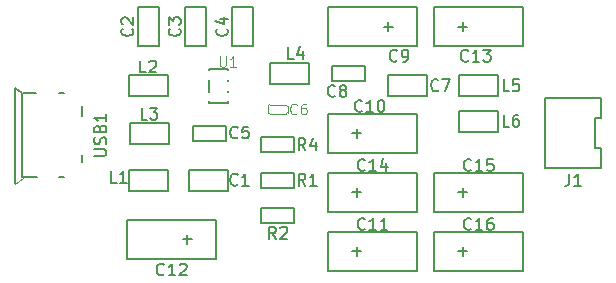
<source format=gbr>
G04 #@! TF.GenerationSoftware,KiCad,Pcbnew,5.1.4+dfsg1-1*
G04 #@! TF.CreationDate,2020-01-04T00:08:43+00:00*
G04 #@! TF.ProjectId,LithiumBatteryEmulator,4c697468-6975-46d4-9261-747465727945,rev?*
G04 #@! TF.SameCoordinates,Original*
G04 #@! TF.FileFunction,Legend,Top*
G04 #@! TF.FilePolarity,Positive*
%FSLAX46Y46*%
G04 Gerber Fmt 4.6, Leading zero omitted, Abs format (unit mm)*
G04 Created by KiCad (PCBNEW 5.1.4+dfsg1-1) date 2020-01-04 00:08:43*
%MOMM*%
%LPD*%
G04 APERTURE LIST*
%ADD10C,0.066040*%
%ADD11C,0.127000*%
%ADD12C,0.076200*%
%ADD13C,0.152400*%
%ADD14C,0.100000*%
%ADD15C,0.150000*%
%ADD16C,0.101600*%
G04 APERTURE END LIST*
D10*
X114253500Y-93651000D02*
X121746500Y-93651000D01*
X121746500Y-93651000D02*
X121746500Y-90349000D01*
X114253500Y-90349000D02*
X121746500Y-90349000D01*
X114253500Y-93651000D02*
X114253500Y-90349000D01*
D11*
X114253500Y-90349000D02*
X121746500Y-90349000D01*
X121746500Y-90349000D02*
X121746500Y-93651000D01*
X121746500Y-93651000D02*
X114253500Y-93651000D01*
X114253500Y-93651000D02*
X114253500Y-90349000D01*
X116285500Y-92000000D02*
X117047500Y-92000000D01*
X116666500Y-92381000D02*
X116666500Y-91619000D01*
X93460000Y-85111000D02*
X96762000Y-85111000D01*
X93460000Y-86889000D02*
X93460000Y-85111000D01*
X96762000Y-86889000D02*
X93460000Y-86889000D01*
X96762000Y-85111000D02*
X96762000Y-86889000D01*
X89111000Y-71349000D02*
X90889000Y-71349000D01*
X90889000Y-71349000D02*
X90889000Y-74651000D01*
X90889000Y-74651000D02*
X89111000Y-74651000D01*
X89111000Y-74651000D02*
X89111000Y-71349000D01*
X93111000Y-71349000D02*
X94889000Y-71349000D01*
X94889000Y-71349000D02*
X94889000Y-74651000D01*
X94889000Y-74651000D02*
X93111000Y-74651000D01*
X93111000Y-74651000D02*
X93111000Y-71349000D01*
X97111000Y-74651000D02*
X97111000Y-71349000D01*
X98889000Y-74651000D02*
X97111000Y-74651000D01*
X98889000Y-71349000D02*
X98889000Y-74651000D01*
X97111000Y-71349000D02*
X98889000Y-71349000D01*
X93841000Y-81365000D02*
X96635000Y-81365000D01*
X96635000Y-81365000D02*
X96635000Y-82635000D01*
X96635000Y-82635000D02*
X93841000Y-82635000D01*
X93841000Y-82635000D02*
X93841000Y-81365000D01*
D12*
X101835176Y-79733300D02*
X101835176Y-80266700D01*
X101711200Y-80378439D02*
X100288800Y-80378439D01*
X100164824Y-80266700D02*
X100164824Y-79733300D01*
X100288800Y-79621561D02*
X101711200Y-79621561D01*
X101838200Y-79748561D02*
G75*
G03X101711200Y-79621561I-127000J0D01*
G01*
X101713000Y-80377000D02*
G75*
G03X101840000Y-80250000I0J127000D01*
G01*
X100164824Y-80250000D02*
G75*
G03X100291824Y-80377000I127000J0D01*
G01*
X100291824Y-79621561D02*
G75*
G03X100164824Y-79748561I0J-127000D01*
G01*
D11*
X113651000Y-77111000D02*
X113651000Y-78889000D01*
X113651000Y-78889000D02*
X110349000Y-78889000D01*
X110349000Y-78889000D02*
X110349000Y-77111000D01*
X110349000Y-77111000D02*
X113651000Y-77111000D01*
X105603000Y-77635000D02*
X105603000Y-76365000D01*
X108397000Y-77635000D02*
X105603000Y-77635000D01*
X108397000Y-76365000D02*
X108397000Y-77635000D01*
X105603000Y-76365000D02*
X108397000Y-76365000D01*
D10*
X112746500Y-71349000D02*
X105253500Y-71349000D01*
X105253500Y-71349000D02*
X105253500Y-74651000D01*
X112746500Y-74651000D02*
X105253500Y-74651000D01*
X112746500Y-71349000D02*
X112746500Y-74651000D01*
D11*
X112746500Y-74651000D02*
X105253500Y-74651000D01*
X105253500Y-74651000D02*
X105253500Y-71349000D01*
X105253500Y-71349000D02*
X112746500Y-71349000D01*
X112746500Y-71349000D02*
X112746500Y-74651000D01*
X110714500Y-73000000D02*
X109952500Y-73000000D01*
X110333500Y-72619000D02*
X110333500Y-73381000D01*
X107666500Y-82381000D02*
X107666500Y-81619000D01*
X107285500Y-82000000D02*
X108047500Y-82000000D01*
X105253500Y-83651000D02*
X105253500Y-80349000D01*
X112746500Y-83651000D02*
X105253500Y-83651000D01*
X112746500Y-80349000D02*
X112746500Y-83651000D01*
X105253500Y-80349000D02*
X112746500Y-80349000D01*
D10*
X105253500Y-83651000D02*
X105253500Y-80349000D01*
X105253500Y-80349000D02*
X112746500Y-80349000D01*
X112746500Y-83651000D02*
X112746500Y-80349000D01*
X105253500Y-83651000D02*
X112746500Y-83651000D01*
D11*
X107666500Y-92381000D02*
X107666500Y-91619000D01*
X107285500Y-92000000D02*
X108047500Y-92000000D01*
X105253500Y-93651000D02*
X105253500Y-90349000D01*
X112746500Y-93651000D02*
X105253500Y-93651000D01*
X112746500Y-90349000D02*
X112746500Y-93651000D01*
X105253500Y-90349000D02*
X112746500Y-90349000D01*
D10*
X105253500Y-93651000D02*
X105253500Y-90349000D01*
X105253500Y-90349000D02*
X112746500Y-90349000D01*
X112746500Y-93651000D02*
X112746500Y-90349000D01*
X105253500Y-93651000D02*
X112746500Y-93651000D01*
X95746500Y-89349000D02*
X88253500Y-89349000D01*
X88253500Y-89349000D02*
X88253500Y-92651000D01*
X95746500Y-92651000D02*
X88253500Y-92651000D01*
X95746500Y-89349000D02*
X95746500Y-92651000D01*
D11*
X95746500Y-92651000D02*
X88253500Y-92651000D01*
X88253500Y-92651000D02*
X88253500Y-89349000D01*
X88253500Y-89349000D02*
X95746500Y-89349000D01*
X95746500Y-89349000D02*
X95746500Y-92651000D01*
X93714500Y-91000000D02*
X92952500Y-91000000D01*
X93333500Y-90619000D02*
X93333500Y-91381000D01*
X116666500Y-73381000D02*
X116666500Y-72619000D01*
X116285500Y-73000000D02*
X117047500Y-73000000D01*
X114253500Y-74651000D02*
X114253500Y-71349000D01*
X121746500Y-74651000D02*
X114253500Y-74651000D01*
X121746500Y-71349000D02*
X121746500Y-74651000D01*
X114253500Y-71349000D02*
X121746500Y-71349000D01*
D10*
X114253500Y-74651000D02*
X114253500Y-71349000D01*
X114253500Y-71349000D02*
X121746500Y-71349000D01*
X121746500Y-74651000D02*
X121746500Y-71349000D01*
X114253500Y-74651000D02*
X121746500Y-74651000D01*
X105253500Y-88651000D02*
X112746500Y-88651000D01*
X112746500Y-88651000D02*
X112746500Y-85349000D01*
X105253500Y-85349000D02*
X112746500Y-85349000D01*
X105253500Y-88651000D02*
X105253500Y-85349000D01*
D11*
X105253500Y-85349000D02*
X112746500Y-85349000D01*
X112746500Y-85349000D02*
X112746500Y-88651000D01*
X112746500Y-88651000D02*
X105253500Y-88651000D01*
X105253500Y-88651000D02*
X105253500Y-85349000D01*
X107285500Y-87000000D02*
X108047500Y-87000000D01*
X107666500Y-87381000D02*
X107666500Y-86619000D01*
X116666500Y-87381000D02*
X116666500Y-86619000D01*
X116285500Y-87000000D02*
X117047500Y-87000000D01*
X114253500Y-88651000D02*
X114253500Y-85349000D01*
X121746500Y-88651000D02*
X114253500Y-88651000D01*
X121746500Y-85349000D02*
X121746500Y-88651000D01*
X114253500Y-85349000D02*
X121746500Y-85349000D01*
D10*
X114253500Y-88651000D02*
X114253500Y-85349000D01*
X114253500Y-85349000D02*
X121746500Y-85349000D01*
X121746500Y-88651000D02*
X121746500Y-85349000D01*
X114253500Y-88651000D02*
X121746500Y-88651000D01*
D11*
X123650000Y-85000000D02*
X123650000Y-79000000D01*
X123650000Y-79000000D02*
X128350000Y-79000000D01*
X128350000Y-85000000D02*
X123650000Y-85000000D01*
X127850000Y-80735000D02*
X127850000Y-83265000D01*
X127850000Y-83265000D02*
X128350000Y-83265000D01*
X128350000Y-79000000D02*
X128350000Y-80735000D01*
X128350000Y-80735000D02*
X127850000Y-80735000D01*
X128350000Y-85000000D02*
X128350000Y-83265000D01*
X88349000Y-85111000D02*
X91651000Y-85111000D01*
X88349000Y-86889000D02*
X88349000Y-85111000D01*
X91651000Y-86889000D02*
X88349000Y-86889000D01*
X91651000Y-85111000D02*
X91651000Y-86889000D01*
X88349000Y-77111000D02*
X91651000Y-77111000D01*
X88349000Y-78889000D02*
X88349000Y-77111000D01*
X91651000Y-78889000D02*
X88349000Y-78889000D01*
X91651000Y-77111000D02*
X91651000Y-78889000D01*
X91762000Y-81111000D02*
X91762000Y-82889000D01*
X91762000Y-82889000D02*
X88460000Y-82889000D01*
X88460000Y-82889000D02*
X88460000Y-81111000D01*
X88460000Y-81111000D02*
X91762000Y-81111000D01*
X103651000Y-76111000D02*
X103651000Y-77889000D01*
X103651000Y-77889000D02*
X100349000Y-77889000D01*
X100349000Y-77889000D02*
X100349000Y-76111000D01*
X100349000Y-76111000D02*
X103651000Y-76111000D01*
X116349000Y-77111000D02*
X119651000Y-77111000D01*
X116349000Y-78889000D02*
X116349000Y-77111000D01*
X119651000Y-78889000D02*
X116349000Y-78889000D01*
X119651000Y-77111000D02*
X119651000Y-78889000D01*
X119651000Y-80111000D02*
X119651000Y-81889000D01*
X119651000Y-81889000D02*
X116349000Y-81889000D01*
X116349000Y-81889000D02*
X116349000Y-80111000D01*
X116349000Y-80111000D02*
X119651000Y-80111000D01*
X102397000Y-82365000D02*
X102397000Y-83635000D01*
X99603000Y-82365000D02*
X102397000Y-82365000D01*
X99603000Y-83635000D02*
X99603000Y-82365000D01*
X102397000Y-83635000D02*
X99603000Y-83635000D01*
D10*
X96762000Y-76603000D02*
X95238000Y-76603000D01*
X96762000Y-79397000D02*
X95238000Y-79397000D01*
D13*
X95189740Y-76552200D02*
X96810260Y-76552200D01*
X96810260Y-79447800D02*
X95189740Y-79447800D01*
X95189740Y-78520700D02*
X95189740Y-77479300D01*
X96810260Y-78426720D02*
X96810260Y-78520700D01*
X96810260Y-77479300D02*
X96810260Y-77573280D01*
X96810260Y-79325880D02*
X96810260Y-79447800D01*
X96810260Y-76552200D02*
X96810260Y-76674120D01*
X95189740Y-76674120D02*
X95189740Y-76552200D01*
X95189740Y-79447800D02*
X95189740Y-79325880D01*
D11*
X79350000Y-78625000D02*
X78775000Y-78150000D01*
X79350000Y-78650000D02*
X79350000Y-85750000D01*
X78775000Y-78150000D02*
X78775000Y-86250000D01*
X84450000Y-80550000D02*
X84450000Y-79750000D01*
X84450000Y-83850000D02*
X84450000Y-84475000D01*
X82882700Y-85750000D02*
X82481380Y-85750000D01*
X80575000Y-85750000D02*
X79376120Y-85750000D01*
X79376120Y-78650000D02*
X80550000Y-78650000D01*
X82475000Y-78650000D02*
X82874720Y-78650000D01*
D14*
X79385000Y-85770000D02*
X78775000Y-86275000D01*
D11*
X102397000Y-85365000D02*
X102397000Y-86635000D01*
X99603000Y-85365000D02*
X102397000Y-85365000D01*
X99603000Y-86635000D02*
X99603000Y-85365000D01*
X102397000Y-86635000D02*
X99603000Y-86635000D01*
X102397000Y-89635000D02*
X99603000Y-89635000D01*
X99603000Y-89635000D02*
X99603000Y-88365000D01*
X99603000Y-88365000D02*
X102397000Y-88365000D01*
X102397000Y-88365000D02*
X102397000Y-89635000D01*
D15*
X117357142Y-90107142D02*
X117309523Y-90154761D01*
X117166666Y-90202380D01*
X117071428Y-90202380D01*
X116928571Y-90154761D01*
X116833333Y-90059523D01*
X116785714Y-89964285D01*
X116738095Y-89773809D01*
X116738095Y-89630952D01*
X116785714Y-89440476D01*
X116833333Y-89345238D01*
X116928571Y-89250000D01*
X117071428Y-89202380D01*
X117166666Y-89202380D01*
X117309523Y-89250000D01*
X117357142Y-89297619D01*
X118309523Y-90202380D02*
X117738095Y-90202380D01*
X118023809Y-90202380D02*
X118023809Y-89202380D01*
X117928571Y-89345238D01*
X117833333Y-89440476D01*
X117738095Y-89488095D01*
X119166666Y-89202380D02*
X118976190Y-89202380D01*
X118880952Y-89250000D01*
X118833333Y-89297619D01*
X118738095Y-89440476D01*
X118690476Y-89630952D01*
X118690476Y-90011904D01*
X118738095Y-90107142D01*
X118785714Y-90154761D01*
X118880952Y-90202380D01*
X119071428Y-90202380D01*
X119166666Y-90154761D01*
X119214285Y-90107142D01*
X119261904Y-90011904D01*
X119261904Y-89773809D01*
X119214285Y-89678571D01*
X119166666Y-89630952D01*
X119071428Y-89583333D01*
X118880952Y-89583333D01*
X118785714Y-89630952D01*
X118738095Y-89678571D01*
X118690476Y-89773809D01*
X97583333Y-86357142D02*
X97535714Y-86404761D01*
X97392857Y-86452380D01*
X97297619Y-86452380D01*
X97154761Y-86404761D01*
X97059523Y-86309523D01*
X97011904Y-86214285D01*
X96964285Y-86023809D01*
X96964285Y-85880952D01*
X97011904Y-85690476D01*
X97059523Y-85595238D01*
X97154761Y-85500000D01*
X97297619Y-85452380D01*
X97392857Y-85452380D01*
X97535714Y-85500000D01*
X97583333Y-85547619D01*
X98535714Y-86452380D02*
X97964285Y-86452380D01*
X98250000Y-86452380D02*
X98250000Y-85452380D01*
X98154761Y-85595238D01*
X98059523Y-85690476D01*
X97964285Y-85738095D01*
X88657142Y-73166666D02*
X88704761Y-73214285D01*
X88752380Y-73357142D01*
X88752380Y-73452380D01*
X88704761Y-73595238D01*
X88609523Y-73690476D01*
X88514285Y-73738095D01*
X88323809Y-73785714D01*
X88180952Y-73785714D01*
X87990476Y-73738095D01*
X87895238Y-73690476D01*
X87800000Y-73595238D01*
X87752380Y-73452380D01*
X87752380Y-73357142D01*
X87800000Y-73214285D01*
X87847619Y-73166666D01*
X87847619Y-72785714D02*
X87800000Y-72738095D01*
X87752380Y-72642857D01*
X87752380Y-72404761D01*
X87800000Y-72309523D01*
X87847619Y-72261904D01*
X87942857Y-72214285D01*
X88038095Y-72214285D01*
X88180952Y-72261904D01*
X88752380Y-72833333D01*
X88752380Y-72214285D01*
X92657142Y-73166666D02*
X92704761Y-73214285D01*
X92752380Y-73357142D01*
X92752380Y-73452380D01*
X92704761Y-73595238D01*
X92609523Y-73690476D01*
X92514285Y-73738095D01*
X92323809Y-73785714D01*
X92180952Y-73785714D01*
X91990476Y-73738095D01*
X91895238Y-73690476D01*
X91800000Y-73595238D01*
X91752380Y-73452380D01*
X91752380Y-73357142D01*
X91800000Y-73214285D01*
X91847619Y-73166666D01*
X91752380Y-72833333D02*
X91752380Y-72214285D01*
X92133333Y-72547619D01*
X92133333Y-72404761D01*
X92180952Y-72309523D01*
X92228571Y-72261904D01*
X92323809Y-72214285D01*
X92561904Y-72214285D01*
X92657142Y-72261904D01*
X92704761Y-72309523D01*
X92752380Y-72404761D01*
X92752380Y-72690476D01*
X92704761Y-72785714D01*
X92657142Y-72833333D01*
X96657142Y-73166666D02*
X96704761Y-73214285D01*
X96752380Y-73357142D01*
X96752380Y-73452380D01*
X96704761Y-73595238D01*
X96609523Y-73690476D01*
X96514285Y-73738095D01*
X96323809Y-73785714D01*
X96180952Y-73785714D01*
X95990476Y-73738095D01*
X95895238Y-73690476D01*
X95800000Y-73595238D01*
X95752380Y-73452380D01*
X95752380Y-73357142D01*
X95800000Y-73214285D01*
X95847619Y-73166666D01*
X96085714Y-72309523D02*
X96752380Y-72309523D01*
X95704761Y-72547619D02*
X96419047Y-72785714D01*
X96419047Y-72166666D01*
X97583333Y-82357142D02*
X97535714Y-82404761D01*
X97392857Y-82452380D01*
X97297619Y-82452380D01*
X97154761Y-82404761D01*
X97059523Y-82309523D01*
X97011904Y-82214285D01*
X96964285Y-82023809D01*
X96964285Y-81880952D01*
X97011904Y-81690476D01*
X97059523Y-81595238D01*
X97154761Y-81500000D01*
X97297619Y-81452380D01*
X97392857Y-81452380D01*
X97535714Y-81500000D01*
X97583333Y-81547619D01*
X98488095Y-81452380D02*
X98011904Y-81452380D01*
X97964285Y-81928571D01*
X98011904Y-81880952D01*
X98107142Y-81833333D01*
X98345238Y-81833333D01*
X98440476Y-81880952D01*
X98488095Y-81928571D01*
X98535714Y-82023809D01*
X98535714Y-82261904D01*
X98488095Y-82357142D01*
X98440476Y-82404761D01*
X98345238Y-82452380D01*
X98107142Y-82452380D01*
X98011904Y-82404761D01*
X97964285Y-82357142D01*
D16*
X102601833Y-80317500D02*
X102559500Y-80359833D01*
X102432500Y-80402166D01*
X102347833Y-80402166D01*
X102220833Y-80359833D01*
X102136166Y-80275166D01*
X102093833Y-80190500D01*
X102051500Y-80021166D01*
X102051500Y-79894166D01*
X102093833Y-79724833D01*
X102136166Y-79640166D01*
X102220833Y-79555500D01*
X102347833Y-79513166D01*
X102432500Y-79513166D01*
X102559500Y-79555500D01*
X102601833Y-79597833D01*
X103363833Y-79513166D02*
X103194500Y-79513166D01*
X103109833Y-79555500D01*
X103067500Y-79597833D01*
X102982833Y-79724833D01*
X102940500Y-79894166D01*
X102940500Y-80232833D01*
X102982833Y-80317500D01*
X103025166Y-80359833D01*
X103109833Y-80402166D01*
X103279166Y-80402166D01*
X103363833Y-80359833D01*
X103406166Y-80317500D01*
X103448500Y-80232833D01*
X103448500Y-80021166D01*
X103406166Y-79936500D01*
X103363833Y-79894166D01*
X103279166Y-79851833D01*
X103109833Y-79851833D01*
X103025166Y-79894166D01*
X102982833Y-79936500D01*
X102940500Y-80021166D01*
D15*
X114583333Y-78357142D02*
X114535714Y-78404761D01*
X114392857Y-78452380D01*
X114297619Y-78452380D01*
X114154761Y-78404761D01*
X114059523Y-78309523D01*
X114011904Y-78214285D01*
X113964285Y-78023809D01*
X113964285Y-77880952D01*
X114011904Y-77690476D01*
X114059523Y-77595238D01*
X114154761Y-77500000D01*
X114297619Y-77452380D01*
X114392857Y-77452380D01*
X114535714Y-77500000D01*
X114583333Y-77547619D01*
X114916666Y-77452380D02*
X115583333Y-77452380D01*
X115154761Y-78452380D01*
X105833333Y-78857142D02*
X105785714Y-78904761D01*
X105642857Y-78952380D01*
X105547619Y-78952380D01*
X105404761Y-78904761D01*
X105309523Y-78809523D01*
X105261904Y-78714285D01*
X105214285Y-78523809D01*
X105214285Y-78380952D01*
X105261904Y-78190476D01*
X105309523Y-78095238D01*
X105404761Y-78000000D01*
X105547619Y-77952380D01*
X105642857Y-77952380D01*
X105785714Y-78000000D01*
X105833333Y-78047619D01*
X106404761Y-78380952D02*
X106309523Y-78333333D01*
X106261904Y-78285714D01*
X106214285Y-78190476D01*
X106214285Y-78142857D01*
X106261904Y-78047619D01*
X106309523Y-78000000D01*
X106404761Y-77952380D01*
X106595238Y-77952380D01*
X106690476Y-78000000D01*
X106738095Y-78047619D01*
X106785714Y-78142857D01*
X106785714Y-78190476D01*
X106738095Y-78285714D01*
X106690476Y-78333333D01*
X106595238Y-78380952D01*
X106404761Y-78380952D01*
X106309523Y-78428571D01*
X106261904Y-78476190D01*
X106214285Y-78571428D01*
X106214285Y-78761904D01*
X106261904Y-78857142D01*
X106309523Y-78904761D01*
X106404761Y-78952380D01*
X106595238Y-78952380D01*
X106690476Y-78904761D01*
X106738095Y-78857142D01*
X106785714Y-78761904D01*
X106785714Y-78571428D01*
X106738095Y-78476190D01*
X106690476Y-78428571D01*
X106595238Y-78380952D01*
X111083333Y-75857142D02*
X111035714Y-75904761D01*
X110892857Y-75952380D01*
X110797619Y-75952380D01*
X110654761Y-75904761D01*
X110559523Y-75809523D01*
X110511904Y-75714285D01*
X110464285Y-75523809D01*
X110464285Y-75380952D01*
X110511904Y-75190476D01*
X110559523Y-75095238D01*
X110654761Y-75000000D01*
X110797619Y-74952380D01*
X110892857Y-74952380D01*
X111035714Y-75000000D01*
X111083333Y-75047619D01*
X111559523Y-75952380D02*
X111750000Y-75952380D01*
X111845238Y-75904761D01*
X111892857Y-75857142D01*
X111988095Y-75714285D01*
X112035714Y-75523809D01*
X112035714Y-75142857D01*
X111988095Y-75047619D01*
X111940476Y-75000000D01*
X111845238Y-74952380D01*
X111654761Y-74952380D01*
X111559523Y-75000000D01*
X111511904Y-75047619D01*
X111464285Y-75142857D01*
X111464285Y-75380952D01*
X111511904Y-75476190D01*
X111559523Y-75523809D01*
X111654761Y-75571428D01*
X111845238Y-75571428D01*
X111940476Y-75523809D01*
X111988095Y-75476190D01*
X112035714Y-75380952D01*
X108107142Y-80107142D02*
X108059523Y-80154761D01*
X107916666Y-80202380D01*
X107821428Y-80202380D01*
X107678571Y-80154761D01*
X107583333Y-80059523D01*
X107535714Y-79964285D01*
X107488095Y-79773809D01*
X107488095Y-79630952D01*
X107535714Y-79440476D01*
X107583333Y-79345238D01*
X107678571Y-79250000D01*
X107821428Y-79202380D01*
X107916666Y-79202380D01*
X108059523Y-79250000D01*
X108107142Y-79297619D01*
X109059523Y-80202380D02*
X108488095Y-80202380D01*
X108773809Y-80202380D02*
X108773809Y-79202380D01*
X108678571Y-79345238D01*
X108583333Y-79440476D01*
X108488095Y-79488095D01*
X109678571Y-79202380D02*
X109773809Y-79202380D01*
X109869047Y-79250000D01*
X109916666Y-79297619D01*
X109964285Y-79392857D01*
X110011904Y-79583333D01*
X110011904Y-79821428D01*
X109964285Y-80011904D01*
X109916666Y-80107142D01*
X109869047Y-80154761D01*
X109773809Y-80202380D01*
X109678571Y-80202380D01*
X109583333Y-80154761D01*
X109535714Y-80107142D01*
X109488095Y-80011904D01*
X109440476Y-79821428D01*
X109440476Y-79583333D01*
X109488095Y-79392857D01*
X109535714Y-79297619D01*
X109583333Y-79250000D01*
X109678571Y-79202380D01*
X108357142Y-90107142D02*
X108309523Y-90154761D01*
X108166666Y-90202380D01*
X108071428Y-90202380D01*
X107928571Y-90154761D01*
X107833333Y-90059523D01*
X107785714Y-89964285D01*
X107738095Y-89773809D01*
X107738095Y-89630952D01*
X107785714Y-89440476D01*
X107833333Y-89345238D01*
X107928571Y-89250000D01*
X108071428Y-89202380D01*
X108166666Y-89202380D01*
X108309523Y-89250000D01*
X108357142Y-89297619D01*
X109309523Y-90202380D02*
X108738095Y-90202380D01*
X109023809Y-90202380D02*
X109023809Y-89202380D01*
X108928571Y-89345238D01*
X108833333Y-89440476D01*
X108738095Y-89488095D01*
X110261904Y-90202380D02*
X109690476Y-90202380D01*
X109976190Y-90202380D02*
X109976190Y-89202380D01*
X109880952Y-89345238D01*
X109785714Y-89440476D01*
X109690476Y-89488095D01*
X91357142Y-93957142D02*
X91309523Y-94004761D01*
X91166666Y-94052380D01*
X91071428Y-94052380D01*
X90928571Y-94004761D01*
X90833333Y-93909523D01*
X90785714Y-93814285D01*
X90738095Y-93623809D01*
X90738095Y-93480952D01*
X90785714Y-93290476D01*
X90833333Y-93195238D01*
X90928571Y-93100000D01*
X91071428Y-93052380D01*
X91166666Y-93052380D01*
X91309523Y-93100000D01*
X91357142Y-93147619D01*
X92309523Y-94052380D02*
X91738095Y-94052380D01*
X92023809Y-94052380D02*
X92023809Y-93052380D01*
X91928571Y-93195238D01*
X91833333Y-93290476D01*
X91738095Y-93338095D01*
X92690476Y-93147619D02*
X92738095Y-93100000D01*
X92833333Y-93052380D01*
X93071428Y-93052380D01*
X93166666Y-93100000D01*
X93214285Y-93147619D01*
X93261904Y-93242857D01*
X93261904Y-93338095D01*
X93214285Y-93480952D01*
X92642857Y-94052380D01*
X93261904Y-94052380D01*
X117107142Y-75857142D02*
X117059523Y-75904761D01*
X116916666Y-75952380D01*
X116821428Y-75952380D01*
X116678571Y-75904761D01*
X116583333Y-75809523D01*
X116535714Y-75714285D01*
X116488095Y-75523809D01*
X116488095Y-75380952D01*
X116535714Y-75190476D01*
X116583333Y-75095238D01*
X116678571Y-75000000D01*
X116821428Y-74952380D01*
X116916666Y-74952380D01*
X117059523Y-75000000D01*
X117107142Y-75047619D01*
X118059523Y-75952380D02*
X117488095Y-75952380D01*
X117773809Y-75952380D02*
X117773809Y-74952380D01*
X117678571Y-75095238D01*
X117583333Y-75190476D01*
X117488095Y-75238095D01*
X118392857Y-74952380D02*
X119011904Y-74952380D01*
X118678571Y-75333333D01*
X118821428Y-75333333D01*
X118916666Y-75380952D01*
X118964285Y-75428571D01*
X119011904Y-75523809D01*
X119011904Y-75761904D01*
X118964285Y-75857142D01*
X118916666Y-75904761D01*
X118821428Y-75952380D01*
X118535714Y-75952380D01*
X118440476Y-75904761D01*
X118392857Y-75857142D01*
X108357142Y-85107142D02*
X108309523Y-85154761D01*
X108166666Y-85202380D01*
X108071428Y-85202380D01*
X107928571Y-85154761D01*
X107833333Y-85059523D01*
X107785714Y-84964285D01*
X107738095Y-84773809D01*
X107738095Y-84630952D01*
X107785714Y-84440476D01*
X107833333Y-84345238D01*
X107928571Y-84250000D01*
X108071428Y-84202380D01*
X108166666Y-84202380D01*
X108309523Y-84250000D01*
X108357142Y-84297619D01*
X109309523Y-85202380D02*
X108738095Y-85202380D01*
X109023809Y-85202380D02*
X109023809Y-84202380D01*
X108928571Y-84345238D01*
X108833333Y-84440476D01*
X108738095Y-84488095D01*
X110166666Y-84535714D02*
X110166666Y-85202380D01*
X109928571Y-84154761D02*
X109690476Y-84869047D01*
X110309523Y-84869047D01*
X117357142Y-85107142D02*
X117309523Y-85154761D01*
X117166666Y-85202380D01*
X117071428Y-85202380D01*
X116928571Y-85154761D01*
X116833333Y-85059523D01*
X116785714Y-84964285D01*
X116738095Y-84773809D01*
X116738095Y-84630952D01*
X116785714Y-84440476D01*
X116833333Y-84345238D01*
X116928571Y-84250000D01*
X117071428Y-84202380D01*
X117166666Y-84202380D01*
X117309523Y-84250000D01*
X117357142Y-84297619D01*
X118309523Y-85202380D02*
X117738095Y-85202380D01*
X118023809Y-85202380D02*
X118023809Y-84202380D01*
X117928571Y-84345238D01*
X117833333Y-84440476D01*
X117738095Y-84488095D01*
X119214285Y-84202380D02*
X118738095Y-84202380D01*
X118690476Y-84678571D01*
X118738095Y-84630952D01*
X118833333Y-84583333D01*
X119071428Y-84583333D01*
X119166666Y-84630952D01*
X119214285Y-84678571D01*
X119261904Y-84773809D01*
X119261904Y-85011904D01*
X119214285Y-85107142D01*
X119166666Y-85154761D01*
X119071428Y-85202380D01*
X118833333Y-85202380D01*
X118738095Y-85154761D01*
X118690476Y-85107142D01*
X125666666Y-85452380D02*
X125666666Y-86166666D01*
X125619047Y-86309523D01*
X125523809Y-86404761D01*
X125380952Y-86452380D01*
X125285714Y-86452380D01*
X126666666Y-86452380D02*
X126095238Y-86452380D01*
X126380952Y-86452380D02*
X126380952Y-85452380D01*
X126285714Y-85595238D01*
X126190476Y-85690476D01*
X126095238Y-85738095D01*
X87333333Y-86202380D02*
X86857142Y-86202380D01*
X86857142Y-85202380D01*
X88190476Y-86202380D02*
X87619047Y-86202380D01*
X87904761Y-86202380D02*
X87904761Y-85202380D01*
X87809523Y-85345238D01*
X87714285Y-85440476D01*
X87619047Y-85488095D01*
X89833333Y-76864880D02*
X89357142Y-76864880D01*
X89357142Y-75864880D01*
X90119047Y-75960119D02*
X90166666Y-75912500D01*
X90261904Y-75864880D01*
X90500000Y-75864880D01*
X90595238Y-75912500D01*
X90642857Y-75960119D01*
X90690476Y-76055357D01*
X90690476Y-76150595D01*
X90642857Y-76293452D01*
X90071428Y-76864880D01*
X90690476Y-76864880D01*
X89944333Y-80864880D02*
X89468142Y-80864880D01*
X89468142Y-79864880D01*
X90182428Y-79864880D02*
X90801476Y-79864880D01*
X90468142Y-80245833D01*
X90611000Y-80245833D01*
X90706238Y-80293452D01*
X90753857Y-80341071D01*
X90801476Y-80436309D01*
X90801476Y-80674404D01*
X90753857Y-80769642D01*
X90706238Y-80817261D01*
X90611000Y-80864880D01*
X90325285Y-80864880D01*
X90230047Y-80817261D01*
X90182428Y-80769642D01*
X102333333Y-75702380D02*
X101857142Y-75702380D01*
X101857142Y-74702380D01*
X103095238Y-75035714D02*
X103095238Y-75702380D01*
X102857142Y-74654761D02*
X102619047Y-75369047D01*
X103238095Y-75369047D01*
X120583333Y-78452380D02*
X120107142Y-78452380D01*
X120107142Y-77452380D01*
X121392857Y-77452380D02*
X120916666Y-77452380D01*
X120869047Y-77928571D01*
X120916666Y-77880952D01*
X121011904Y-77833333D01*
X121250000Y-77833333D01*
X121345238Y-77880952D01*
X121392857Y-77928571D01*
X121440476Y-78023809D01*
X121440476Y-78261904D01*
X121392857Y-78357142D01*
X121345238Y-78404761D01*
X121250000Y-78452380D01*
X121011904Y-78452380D01*
X120916666Y-78404761D01*
X120869047Y-78357142D01*
X120583333Y-81452380D02*
X120107142Y-81452380D01*
X120107142Y-80452380D01*
X121345238Y-80452380D02*
X121154761Y-80452380D01*
X121059523Y-80500000D01*
X121011904Y-80547619D01*
X120916666Y-80690476D01*
X120869047Y-80880952D01*
X120869047Y-81261904D01*
X120916666Y-81357142D01*
X120964285Y-81404761D01*
X121059523Y-81452380D01*
X121250000Y-81452380D01*
X121345238Y-81404761D01*
X121392857Y-81357142D01*
X121440476Y-81261904D01*
X121440476Y-81023809D01*
X121392857Y-80928571D01*
X121345238Y-80880952D01*
X121250000Y-80833333D01*
X121059523Y-80833333D01*
X120964285Y-80880952D01*
X120916666Y-80928571D01*
X120869047Y-81023809D01*
X103333333Y-83452380D02*
X103000000Y-82976190D01*
X102761904Y-83452380D02*
X102761904Y-82452380D01*
X103142857Y-82452380D01*
X103238095Y-82500000D01*
X103285714Y-82547619D01*
X103333333Y-82642857D01*
X103333333Y-82785714D01*
X103285714Y-82880952D01*
X103238095Y-82928571D01*
X103142857Y-82976190D01*
X102761904Y-82976190D01*
X104190476Y-82785714D02*
X104190476Y-83452380D01*
X103952380Y-82404761D02*
X103714285Y-83119047D01*
X104333333Y-83119047D01*
D16*
X96072666Y-75513166D02*
X96072666Y-76232833D01*
X96115000Y-76317500D01*
X96157333Y-76359833D01*
X96242000Y-76402166D01*
X96411333Y-76402166D01*
X96496000Y-76359833D01*
X96538333Y-76317500D01*
X96580666Y-76232833D01*
X96580666Y-75513166D01*
X97469666Y-76402166D02*
X96961666Y-76402166D01*
X97215666Y-76402166D02*
X97215666Y-75513166D01*
X97131000Y-75640166D01*
X97046333Y-75724833D01*
X96961666Y-75767166D01*
D15*
X85452380Y-83938095D02*
X86261904Y-83938095D01*
X86357142Y-83890476D01*
X86404761Y-83842857D01*
X86452380Y-83747619D01*
X86452380Y-83557142D01*
X86404761Y-83461904D01*
X86357142Y-83414285D01*
X86261904Y-83366666D01*
X85452380Y-83366666D01*
X86404761Y-82938095D02*
X86452380Y-82795238D01*
X86452380Y-82557142D01*
X86404761Y-82461904D01*
X86357142Y-82414285D01*
X86261904Y-82366666D01*
X86166666Y-82366666D01*
X86071428Y-82414285D01*
X86023809Y-82461904D01*
X85976190Y-82557142D01*
X85928571Y-82747619D01*
X85880952Y-82842857D01*
X85833333Y-82890476D01*
X85738095Y-82938095D01*
X85642857Y-82938095D01*
X85547619Y-82890476D01*
X85500000Y-82842857D01*
X85452380Y-82747619D01*
X85452380Y-82509523D01*
X85500000Y-82366666D01*
X85928571Y-81604761D02*
X85976190Y-81461904D01*
X86023809Y-81414285D01*
X86119047Y-81366666D01*
X86261904Y-81366666D01*
X86357142Y-81414285D01*
X86404761Y-81461904D01*
X86452380Y-81557142D01*
X86452380Y-81938095D01*
X85452380Y-81938095D01*
X85452380Y-81604761D01*
X85500000Y-81509523D01*
X85547619Y-81461904D01*
X85642857Y-81414285D01*
X85738095Y-81414285D01*
X85833333Y-81461904D01*
X85880952Y-81509523D01*
X85928571Y-81604761D01*
X85928571Y-81938095D01*
X86452380Y-80414285D02*
X86452380Y-80985714D01*
X86452380Y-80700000D02*
X85452380Y-80700000D01*
X85595238Y-80795238D01*
X85690476Y-80890476D01*
X85738095Y-80985714D01*
X103333333Y-86452380D02*
X103000000Y-85976190D01*
X102761904Y-86452380D02*
X102761904Y-85452380D01*
X103142857Y-85452380D01*
X103238095Y-85500000D01*
X103285714Y-85547619D01*
X103333333Y-85642857D01*
X103333333Y-85785714D01*
X103285714Y-85880952D01*
X103238095Y-85928571D01*
X103142857Y-85976190D01*
X102761904Y-85976190D01*
X104285714Y-86452380D02*
X103714285Y-86452380D01*
X104000000Y-86452380D02*
X104000000Y-85452380D01*
X103904761Y-85595238D01*
X103809523Y-85690476D01*
X103714285Y-85738095D01*
X100833333Y-90952380D02*
X100500000Y-90476190D01*
X100261904Y-90952380D02*
X100261904Y-89952380D01*
X100642857Y-89952380D01*
X100738095Y-90000000D01*
X100785714Y-90047619D01*
X100833333Y-90142857D01*
X100833333Y-90285714D01*
X100785714Y-90380952D01*
X100738095Y-90428571D01*
X100642857Y-90476190D01*
X100261904Y-90476190D01*
X101214285Y-90047619D02*
X101261904Y-90000000D01*
X101357142Y-89952380D01*
X101595238Y-89952380D01*
X101690476Y-90000000D01*
X101738095Y-90047619D01*
X101785714Y-90142857D01*
X101785714Y-90238095D01*
X101738095Y-90380952D01*
X101166666Y-90952380D01*
X101785714Y-90952380D01*
M02*

</source>
